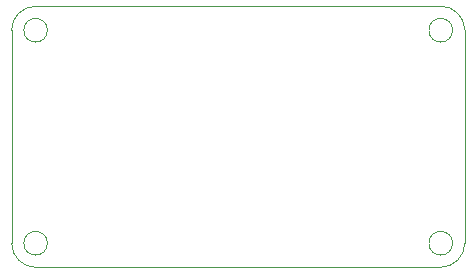
<source format=gbr>
%TF.GenerationSoftware,KiCad,Pcbnew,9.0.2*%
%TF.CreationDate,2025-06-14T21:55:15+08:00*%
%TF.ProjectId,Tiny Solar Supply,54696e79-2053-46f6-9c61-722053757070,rev?*%
%TF.SameCoordinates,Original*%
%TF.FileFunction,Profile,NP*%
%FSLAX46Y46*%
G04 Gerber Fmt 4.6, Leading zero omitted, Abs format (unit mm)*
G04 Created by KiCad (PCBNEW 9.0.2) date 2025-06-14 21:55:15*
%MOMM*%
%LPD*%
G01*
G04 APERTURE LIST*
%TA.AperFunction,Profile*%
%ADD10C,0.038100*%
%TD*%
G04 APERTURE END LIST*
D10*
X74168000Y-103632000D02*
X74168000Y-85598000D01*
X110506000Y-105664000D02*
X76200000Y-105664000D01*
X112538000Y-85598000D02*
X112538000Y-103632000D01*
X76200000Y-83566000D02*
X110506000Y-83566000D01*
X110506000Y-83566000D02*
G75*
G02*
X112538000Y-85598000I0J-2032000D01*
G01*
X112538000Y-103632000D02*
G75*
G02*
X110506000Y-105664000I-2032000J0D01*
G01*
X76200000Y-105664000D02*
G75*
G02*
X74168000Y-103632000I0J2032000D01*
G01*
X74168000Y-85598000D02*
G75*
G02*
X76200000Y-83566000I2032000J0D01*
G01*
X111506000Y-103632000D02*
G75*
G02*
X109506000Y-103632000I-1000000J0D01*
G01*
X109506000Y-103632000D02*
G75*
G02*
X111506000Y-103632000I1000000J0D01*
G01*
X111506000Y-85598000D02*
G75*
G02*
X109506000Y-85598000I-1000000J0D01*
G01*
X109506000Y-85598000D02*
G75*
G02*
X111506000Y-85598000I1000000J0D01*
G01*
X77200000Y-85598000D02*
G75*
G02*
X75200000Y-85598000I-1000000J0D01*
G01*
X75200000Y-85598000D02*
G75*
G02*
X77200000Y-85598000I1000000J0D01*
G01*
X77200000Y-103632000D02*
G75*
G02*
X75200000Y-103632000I-1000000J0D01*
G01*
X75200000Y-103632000D02*
G75*
G02*
X77200000Y-103632000I1000000J0D01*
G01*
M02*

</source>
